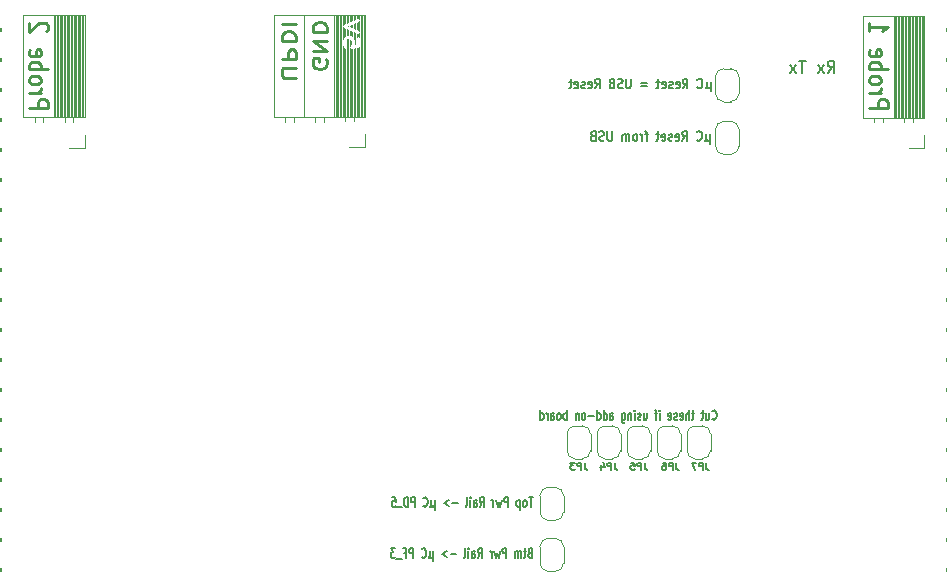
<source format=gbr>
%TF.GenerationSoftware,KiCad,Pcbnew,(6.0.6-0)*%
%TF.CreationDate,2022-07-26T08:46:40-07:00*%
%TF.ProjectId,BreadControlV3,42726561-6443-46f6-9e74-726f6c56332e,rev?*%
%TF.SameCoordinates,Original*%
%TF.FileFunction,Legend,Bot*%
%TF.FilePolarity,Positive*%
%FSLAX46Y46*%
G04 Gerber Fmt 4.6, Leading zero omitted, Abs format (unit mm)*
G04 Created by KiCad (PCBNEW (6.0.6-0)) date 2022-07-26 08:46:40*
%MOMM*%
%LPD*%
G01*
G04 APERTURE LIST*
G04 Aperture macros list*
%AMRoundRect*
0 Rectangle with rounded corners*
0 $1 Rounding radius*
0 $2 $3 $4 $5 $6 $7 $8 $9 X,Y pos of 4 corners*
0 Add a 4 corners polygon primitive as box body*
4,1,4,$2,$3,$4,$5,$6,$7,$8,$9,$2,$3,0*
0 Add four circle primitives for the rounded corners*
1,1,$1+$1,$2,$3*
1,1,$1+$1,$4,$5*
1,1,$1+$1,$6,$7*
1,1,$1+$1,$8,$9*
0 Add four rect primitives between the rounded corners*
20,1,$1+$1,$2,$3,$4,$5,0*
20,1,$1+$1,$4,$5,$6,$7,0*
20,1,$1+$1,$6,$7,$8,$9,0*
20,1,$1+$1,$8,$9,$2,$3,0*%
%AMFreePoly0*
4,1,22,0.500000,-0.750000,0.000000,-0.750000,0.000000,-0.745033,-0.079941,-0.743568,-0.215256,-0.701293,-0.333266,-0.622738,-0.424486,-0.514219,-0.481581,-0.384460,-0.499164,-0.250000,-0.500000,-0.250000,-0.500000,0.250000,-0.499164,0.250000,-0.499963,0.256109,-0.478152,0.396186,-0.417904,0.524511,-0.324060,0.630769,-0.204165,0.706417,-0.067858,0.745374,0.000000,0.744959,0.000000,0.750000,
0.500000,0.750000,0.500000,-0.750000,0.500000,-0.750000,$1*%
%AMFreePoly1*
4,1,20,0.000000,0.744959,0.073905,0.744508,0.209726,0.703889,0.328688,0.626782,0.421226,0.519385,0.479903,0.390333,0.500000,0.250000,0.500000,-0.250000,0.499851,-0.262216,0.476331,-0.402017,0.414519,-0.529596,0.319384,-0.634700,0.198574,-0.708877,0.061801,-0.746166,0.000000,-0.745033,0.000000,-0.750000,-0.500000,-0.750000,-0.500000,0.750000,0.000000,0.750000,0.000000,0.744959,
0.000000,0.744959,$1*%
G04 Aperture macros list end*
%ADD10C,0.150000*%
%ADD11C,0.250000*%
%ADD12C,0.120000*%
%ADD13RoundRect,0.700000X0.000000X-0.150000X0.000000X-0.150000X0.000000X0.150000X0.000000X0.150000X0*%
%ADD14R,1.700000X1.700000*%
%ADD15O,1.700000X1.700000*%
%ADD16C,0.900000*%
%ADD17C,1.600200*%
%ADD18FreePoly0,90.000000*%
%ADD19FreePoly1,90.000000*%
%ADD20FreePoly0,270.000000*%
%ADD21FreePoly1,270.000000*%
G04 APERTURE END LIST*
D10*
X89410285Y-59609714D02*
X89438857Y-59647809D01*
X89524571Y-59685904D01*
X89581714Y-59685904D01*
X89667428Y-59647809D01*
X89724571Y-59571619D01*
X89753142Y-59495428D01*
X89781714Y-59343047D01*
X89781714Y-59228761D01*
X89753142Y-59076380D01*
X89724571Y-59000190D01*
X89667428Y-58924000D01*
X89581714Y-58885904D01*
X89524571Y-58885904D01*
X89438857Y-58924000D01*
X89410285Y-58962095D01*
X88896000Y-59152571D02*
X88896000Y-59685904D01*
X89153142Y-59152571D02*
X89153142Y-59571619D01*
X89124571Y-59647809D01*
X89067428Y-59685904D01*
X88981714Y-59685904D01*
X88924571Y-59647809D01*
X88896000Y-59609714D01*
X88696000Y-59152571D02*
X88467428Y-59152571D01*
X88610285Y-58885904D02*
X88610285Y-59571619D01*
X88581714Y-59647809D01*
X88524571Y-59685904D01*
X88467428Y-59685904D01*
X87896000Y-59152571D02*
X87667428Y-59152571D01*
X87810285Y-58885904D02*
X87810285Y-59571619D01*
X87781714Y-59647809D01*
X87724571Y-59685904D01*
X87667428Y-59685904D01*
X87467428Y-59685904D02*
X87467428Y-58885904D01*
X87210285Y-59685904D02*
X87210285Y-59266857D01*
X87238857Y-59190666D01*
X87296000Y-59152571D01*
X87381714Y-59152571D01*
X87438857Y-59190666D01*
X87467428Y-59228761D01*
X86696000Y-59647809D02*
X86753142Y-59685904D01*
X86867428Y-59685904D01*
X86924571Y-59647809D01*
X86953142Y-59571619D01*
X86953142Y-59266857D01*
X86924571Y-59190666D01*
X86867428Y-59152571D01*
X86753142Y-59152571D01*
X86696000Y-59190666D01*
X86667428Y-59266857D01*
X86667428Y-59343047D01*
X86953142Y-59419238D01*
X86438857Y-59647809D02*
X86381714Y-59685904D01*
X86267428Y-59685904D01*
X86210285Y-59647809D01*
X86181714Y-59571619D01*
X86181714Y-59533523D01*
X86210285Y-59457333D01*
X86267428Y-59419238D01*
X86353142Y-59419238D01*
X86410285Y-59381142D01*
X86438857Y-59304952D01*
X86438857Y-59266857D01*
X86410285Y-59190666D01*
X86353142Y-59152571D01*
X86267428Y-59152571D01*
X86210285Y-59190666D01*
X85696000Y-59647809D02*
X85753142Y-59685904D01*
X85867428Y-59685904D01*
X85924571Y-59647809D01*
X85953142Y-59571619D01*
X85953142Y-59266857D01*
X85924571Y-59190666D01*
X85867428Y-59152571D01*
X85753142Y-59152571D01*
X85696000Y-59190666D01*
X85667428Y-59266857D01*
X85667428Y-59343047D01*
X85953142Y-59419238D01*
X84953142Y-59685904D02*
X84953142Y-59152571D01*
X84953142Y-58885904D02*
X84981714Y-58924000D01*
X84953142Y-58962095D01*
X84924571Y-58924000D01*
X84953142Y-58885904D01*
X84953142Y-58962095D01*
X84753142Y-59152571D02*
X84524571Y-59152571D01*
X84667428Y-59685904D02*
X84667428Y-59000190D01*
X84638857Y-58924000D01*
X84581714Y-58885904D01*
X84524571Y-58885904D01*
X83610285Y-59152571D02*
X83610285Y-59685904D01*
X83867428Y-59152571D02*
X83867428Y-59571619D01*
X83838857Y-59647809D01*
X83781714Y-59685904D01*
X83696000Y-59685904D01*
X83638857Y-59647809D01*
X83610285Y-59609714D01*
X83353142Y-59647809D02*
X83296000Y-59685904D01*
X83181714Y-59685904D01*
X83124571Y-59647809D01*
X83096000Y-59571619D01*
X83096000Y-59533523D01*
X83124571Y-59457333D01*
X83181714Y-59419238D01*
X83267428Y-59419238D01*
X83324571Y-59381142D01*
X83353142Y-59304952D01*
X83353142Y-59266857D01*
X83324571Y-59190666D01*
X83267428Y-59152571D01*
X83181714Y-59152571D01*
X83124571Y-59190666D01*
X82838857Y-59685904D02*
X82838857Y-59152571D01*
X82838857Y-58885904D02*
X82867428Y-58924000D01*
X82838857Y-58962095D01*
X82810285Y-58924000D01*
X82838857Y-58885904D01*
X82838857Y-58962095D01*
X82553142Y-59152571D02*
X82553142Y-59685904D01*
X82553142Y-59228761D02*
X82524571Y-59190666D01*
X82467428Y-59152571D01*
X82381714Y-59152571D01*
X82324571Y-59190666D01*
X82296000Y-59266857D01*
X82296000Y-59685904D01*
X81753142Y-59152571D02*
X81753142Y-59800190D01*
X81781714Y-59876380D01*
X81810285Y-59914476D01*
X81867428Y-59952571D01*
X81953142Y-59952571D01*
X82010285Y-59914476D01*
X81753142Y-59647809D02*
X81810285Y-59685904D01*
X81924571Y-59685904D01*
X81981714Y-59647809D01*
X82010285Y-59609714D01*
X82038857Y-59533523D01*
X82038857Y-59304952D01*
X82010285Y-59228761D01*
X81981714Y-59190666D01*
X81924571Y-59152571D01*
X81810285Y-59152571D01*
X81753142Y-59190666D01*
X80753142Y-59685904D02*
X80753142Y-59266857D01*
X80781714Y-59190666D01*
X80838857Y-59152571D01*
X80953142Y-59152571D01*
X81010285Y-59190666D01*
X80753142Y-59647809D02*
X80810285Y-59685904D01*
X80953142Y-59685904D01*
X81010285Y-59647809D01*
X81038857Y-59571619D01*
X81038857Y-59495428D01*
X81010285Y-59419238D01*
X80953142Y-59381142D01*
X80810285Y-59381142D01*
X80753142Y-59343047D01*
X80210285Y-59685904D02*
X80210285Y-58885904D01*
X80210285Y-59647809D02*
X80267428Y-59685904D01*
X80381714Y-59685904D01*
X80438857Y-59647809D01*
X80467428Y-59609714D01*
X80496000Y-59533523D01*
X80496000Y-59304952D01*
X80467428Y-59228761D01*
X80438857Y-59190666D01*
X80381714Y-59152571D01*
X80267428Y-59152571D01*
X80210285Y-59190666D01*
X79667428Y-59685904D02*
X79667428Y-58885904D01*
X79667428Y-59647809D02*
X79724571Y-59685904D01*
X79838857Y-59685904D01*
X79896000Y-59647809D01*
X79924571Y-59609714D01*
X79953142Y-59533523D01*
X79953142Y-59304952D01*
X79924571Y-59228761D01*
X79896000Y-59190666D01*
X79838857Y-59152571D01*
X79724571Y-59152571D01*
X79667428Y-59190666D01*
X79381714Y-59381142D02*
X78924571Y-59381142D01*
X78553142Y-59685904D02*
X78610285Y-59647809D01*
X78638857Y-59609714D01*
X78667428Y-59533523D01*
X78667428Y-59304952D01*
X78638857Y-59228761D01*
X78610285Y-59190666D01*
X78553142Y-59152571D01*
X78467428Y-59152571D01*
X78410285Y-59190666D01*
X78381714Y-59228761D01*
X78353142Y-59304952D01*
X78353142Y-59533523D01*
X78381714Y-59609714D01*
X78410285Y-59647809D01*
X78467428Y-59685904D01*
X78553142Y-59685904D01*
X78096000Y-59152571D02*
X78096000Y-59685904D01*
X78096000Y-59228761D02*
X78067428Y-59190666D01*
X78010285Y-59152571D01*
X77924571Y-59152571D01*
X77867428Y-59190666D01*
X77838857Y-59266857D01*
X77838857Y-59685904D01*
X77096000Y-59685904D02*
X77096000Y-58885904D01*
X77096000Y-59190666D02*
X77038857Y-59152571D01*
X76924571Y-59152571D01*
X76867428Y-59190666D01*
X76838857Y-59228761D01*
X76810285Y-59304952D01*
X76810285Y-59533523D01*
X76838857Y-59609714D01*
X76867428Y-59647809D01*
X76924571Y-59685904D01*
X77038857Y-59685904D01*
X77096000Y-59647809D01*
X76467428Y-59685904D02*
X76524571Y-59647809D01*
X76553142Y-59609714D01*
X76581714Y-59533523D01*
X76581714Y-59304952D01*
X76553142Y-59228761D01*
X76524571Y-59190666D01*
X76467428Y-59152571D01*
X76381714Y-59152571D01*
X76324571Y-59190666D01*
X76296000Y-59228761D01*
X76267428Y-59304952D01*
X76267428Y-59533523D01*
X76296000Y-59609714D01*
X76324571Y-59647809D01*
X76381714Y-59685904D01*
X76467428Y-59685904D01*
X75753142Y-59685904D02*
X75753142Y-59266857D01*
X75781714Y-59190666D01*
X75838857Y-59152571D01*
X75953142Y-59152571D01*
X76010285Y-59190666D01*
X75753142Y-59647809D02*
X75810285Y-59685904D01*
X75953142Y-59685904D01*
X76010285Y-59647809D01*
X76038857Y-59571619D01*
X76038857Y-59495428D01*
X76010285Y-59419238D01*
X75953142Y-59381142D01*
X75810285Y-59381142D01*
X75753142Y-59343047D01*
X75467428Y-59685904D02*
X75467428Y-59152571D01*
X75467428Y-59304952D02*
X75438857Y-59228761D01*
X75410285Y-59190666D01*
X75353142Y-59152571D01*
X75296000Y-59152571D01*
X74838857Y-59685904D02*
X74838857Y-58885904D01*
X74838857Y-59647809D02*
X74896000Y-59685904D01*
X75010285Y-59685904D01*
X75067428Y-59647809D01*
X75096000Y-59609714D01*
X75124571Y-59533523D01*
X75124571Y-59304952D01*
X75096000Y-59228761D01*
X75067428Y-59190666D01*
X75010285Y-59152571D01*
X74896000Y-59152571D01*
X74838857Y-59190666D01*
X99178904Y-30297380D02*
X99512238Y-29821190D01*
X99750333Y-30297380D02*
X99750333Y-29297380D01*
X99369380Y-29297380D01*
X99274142Y-29345000D01*
X99226523Y-29392619D01*
X99178904Y-29487857D01*
X99178904Y-29630714D01*
X99226523Y-29725952D01*
X99274142Y-29773571D01*
X99369380Y-29821190D01*
X99750333Y-29821190D01*
X98845571Y-30297380D02*
X98321761Y-29630714D01*
X98845571Y-29630714D02*
X98321761Y-30297380D01*
X97321761Y-29297380D02*
X96750333Y-29297380D01*
X97036047Y-30297380D02*
X97036047Y-29297380D01*
X96512238Y-30297380D02*
X95988428Y-29630714D01*
X96512238Y-29630714D02*
X95988428Y-30297380D01*
D11*
X54152167Y-30726314D02*
X53180739Y-30726314D01*
X53066453Y-30654885D01*
X53009310Y-30583457D01*
X52952167Y-30440600D01*
X52952167Y-30154885D01*
X53009310Y-30012028D01*
X53066453Y-29940600D01*
X53180739Y-29869171D01*
X54152167Y-29869171D01*
X52952167Y-29154885D02*
X54152167Y-29154885D01*
X54152167Y-28583457D01*
X54095025Y-28440600D01*
X54037882Y-28369171D01*
X53923596Y-28297742D01*
X53752167Y-28297742D01*
X53637882Y-28369171D01*
X53580739Y-28440600D01*
X53523596Y-28583457D01*
X53523596Y-29154885D01*
X52952167Y-27654885D02*
X54152167Y-27654885D01*
X54152167Y-27297742D01*
X54095025Y-27083457D01*
X53980739Y-26940600D01*
X53866453Y-26869171D01*
X53637882Y-26797742D01*
X53466453Y-26797742D01*
X53237882Y-26869171D01*
X53123596Y-26940600D01*
X53009310Y-27083457D01*
X52952167Y-27297742D01*
X52952167Y-27654885D01*
X52952167Y-26154885D02*
X54152167Y-26154885D01*
X56723600Y-29159057D02*
X56780742Y-29301914D01*
X56780742Y-29516200D01*
X56723600Y-29730485D01*
X56609314Y-29873342D01*
X56495028Y-29944771D01*
X56266457Y-30016200D01*
X56095028Y-30016200D01*
X55866457Y-29944771D01*
X55752171Y-29873342D01*
X55637885Y-29730485D01*
X55580742Y-29516200D01*
X55580742Y-29373342D01*
X55637885Y-29159057D01*
X55695028Y-29087628D01*
X56095028Y-29087628D01*
X56095028Y-29373342D01*
X55580742Y-28444771D02*
X56780742Y-28444771D01*
X55580742Y-27587628D01*
X56780742Y-27587628D01*
X55580742Y-26873342D02*
X56780742Y-26873342D01*
X56780742Y-26516200D01*
X56723600Y-26301914D01*
X56609314Y-26159057D01*
X56495028Y-26087628D01*
X56266457Y-26016200D01*
X56095028Y-26016200D01*
X55866457Y-26087628D01*
X55752171Y-26159057D01*
X55637885Y-26301914D01*
X55580742Y-26516200D01*
X55580742Y-26873342D01*
X31534190Y-33308476D02*
X33134190Y-33308476D01*
X33134190Y-32813238D01*
X33058000Y-32689428D01*
X32981809Y-32627523D01*
X32829428Y-32565619D01*
X32600857Y-32565619D01*
X32448476Y-32627523D01*
X32372285Y-32689428D01*
X32296095Y-32813238D01*
X32296095Y-33308476D01*
X31534190Y-32008476D02*
X32600857Y-32008476D01*
X32296095Y-32008476D02*
X32448476Y-31946571D01*
X32524666Y-31884666D01*
X32600857Y-31760857D01*
X32600857Y-31637047D01*
X31534190Y-31018000D02*
X31610380Y-31141809D01*
X31686571Y-31203714D01*
X31838952Y-31265619D01*
X32296095Y-31265619D01*
X32448476Y-31203714D01*
X32524666Y-31141809D01*
X32600857Y-31018000D01*
X32600857Y-30832285D01*
X32524666Y-30708476D01*
X32448476Y-30646571D01*
X32296095Y-30584666D01*
X31838952Y-30584666D01*
X31686571Y-30646571D01*
X31610380Y-30708476D01*
X31534190Y-30832285D01*
X31534190Y-31018000D01*
X31534190Y-30027523D02*
X33134190Y-30027523D01*
X32524666Y-30027523D02*
X32600857Y-29903714D01*
X32600857Y-29656095D01*
X32524666Y-29532285D01*
X32448476Y-29470380D01*
X32296095Y-29408476D01*
X31838952Y-29408476D01*
X31686571Y-29470380D01*
X31610380Y-29532285D01*
X31534190Y-29656095D01*
X31534190Y-29903714D01*
X31610380Y-30027523D01*
X31610380Y-28356095D02*
X31534190Y-28479904D01*
X31534190Y-28727523D01*
X31610380Y-28851333D01*
X31762761Y-28913238D01*
X32372285Y-28913238D01*
X32524666Y-28851333D01*
X32600857Y-28727523D01*
X32600857Y-28479904D01*
X32524666Y-28356095D01*
X32372285Y-28294190D01*
X32219904Y-28294190D01*
X32067523Y-28913238D01*
X32981809Y-26808476D02*
X33058000Y-26746571D01*
X33134190Y-26622761D01*
X33134190Y-26313238D01*
X33058000Y-26189428D01*
X32981809Y-26127523D01*
X32829428Y-26065619D01*
X32677047Y-26065619D01*
X32448476Y-26127523D01*
X31534190Y-26870380D01*
X31534190Y-26065619D01*
X102654190Y-33308476D02*
X104254190Y-33308476D01*
X104254190Y-32813238D01*
X104178000Y-32689428D01*
X104101809Y-32627523D01*
X103949428Y-32565619D01*
X103720857Y-32565619D01*
X103568476Y-32627523D01*
X103492285Y-32689428D01*
X103416095Y-32813238D01*
X103416095Y-33308476D01*
X102654190Y-32008476D02*
X103720857Y-32008476D01*
X103416095Y-32008476D02*
X103568476Y-31946571D01*
X103644666Y-31884666D01*
X103720857Y-31760857D01*
X103720857Y-31637047D01*
X102654190Y-31018000D02*
X102730380Y-31141809D01*
X102806571Y-31203714D01*
X102958952Y-31265619D01*
X103416095Y-31265619D01*
X103568476Y-31203714D01*
X103644666Y-31141809D01*
X103720857Y-31018000D01*
X103720857Y-30832285D01*
X103644666Y-30708476D01*
X103568476Y-30646571D01*
X103416095Y-30584666D01*
X102958952Y-30584666D01*
X102806571Y-30646571D01*
X102730380Y-30708476D01*
X102654190Y-30832285D01*
X102654190Y-31018000D01*
X102654190Y-30027523D02*
X104254190Y-30027523D01*
X103644666Y-30027523D02*
X103720857Y-29903714D01*
X103720857Y-29656095D01*
X103644666Y-29532285D01*
X103568476Y-29470380D01*
X103416095Y-29408476D01*
X102958952Y-29408476D01*
X102806571Y-29470380D01*
X102730380Y-29532285D01*
X102654190Y-29656095D01*
X102654190Y-29903714D01*
X102730380Y-30027523D01*
X102730380Y-28356095D02*
X102654190Y-28479904D01*
X102654190Y-28727523D01*
X102730380Y-28851333D01*
X102882761Y-28913238D01*
X103492285Y-28913238D01*
X103644666Y-28851333D01*
X103720857Y-28727523D01*
X103720857Y-28479904D01*
X103644666Y-28356095D01*
X103492285Y-28294190D01*
X103339904Y-28294190D01*
X103187523Y-28913238D01*
X102654190Y-26065619D02*
X102654190Y-26808476D01*
X102654190Y-26437047D02*
X104254190Y-26437047D01*
X104025619Y-26560857D01*
X103873238Y-26684666D01*
X103797047Y-26808476D01*
D10*
X89234333Y-35515571D02*
X89234333Y-36315571D01*
X88901000Y-35934619D02*
X88867666Y-36010809D01*
X88801000Y-36048904D01*
X89234333Y-35934619D02*
X89201000Y-36010809D01*
X89134333Y-36048904D01*
X89001000Y-36048904D01*
X88934333Y-36010809D01*
X88901000Y-35934619D01*
X88901000Y-35515571D01*
X88101000Y-35972714D02*
X88134333Y-36010809D01*
X88234333Y-36048904D01*
X88301000Y-36048904D01*
X88401000Y-36010809D01*
X88467666Y-35934619D01*
X88501000Y-35858428D01*
X88534333Y-35706047D01*
X88534333Y-35591761D01*
X88501000Y-35439380D01*
X88467666Y-35363190D01*
X88401000Y-35287000D01*
X88301000Y-35248904D01*
X88234333Y-35248904D01*
X88134333Y-35287000D01*
X88101000Y-35325095D01*
X86867666Y-36048904D02*
X87101000Y-35667952D01*
X87267666Y-36048904D02*
X87267666Y-35248904D01*
X87001000Y-35248904D01*
X86934333Y-35287000D01*
X86901000Y-35325095D01*
X86867666Y-35401285D01*
X86867666Y-35515571D01*
X86901000Y-35591761D01*
X86934333Y-35629857D01*
X87001000Y-35667952D01*
X87267666Y-35667952D01*
X86301000Y-36010809D02*
X86367666Y-36048904D01*
X86501000Y-36048904D01*
X86567666Y-36010809D01*
X86601000Y-35934619D01*
X86601000Y-35629857D01*
X86567666Y-35553666D01*
X86501000Y-35515571D01*
X86367666Y-35515571D01*
X86301000Y-35553666D01*
X86267666Y-35629857D01*
X86267666Y-35706047D01*
X86601000Y-35782238D01*
X86001000Y-36010809D02*
X85934333Y-36048904D01*
X85801000Y-36048904D01*
X85734333Y-36010809D01*
X85701000Y-35934619D01*
X85701000Y-35896523D01*
X85734333Y-35820333D01*
X85801000Y-35782238D01*
X85901000Y-35782238D01*
X85967666Y-35744142D01*
X86001000Y-35667952D01*
X86001000Y-35629857D01*
X85967666Y-35553666D01*
X85901000Y-35515571D01*
X85801000Y-35515571D01*
X85734333Y-35553666D01*
X85134333Y-36010809D02*
X85201000Y-36048904D01*
X85334333Y-36048904D01*
X85401000Y-36010809D01*
X85434333Y-35934619D01*
X85434333Y-35629857D01*
X85401000Y-35553666D01*
X85334333Y-35515571D01*
X85201000Y-35515571D01*
X85134333Y-35553666D01*
X85101000Y-35629857D01*
X85101000Y-35706047D01*
X85434333Y-35782238D01*
X84901000Y-35515571D02*
X84634333Y-35515571D01*
X84801000Y-35248904D02*
X84801000Y-35934619D01*
X84767666Y-36010809D01*
X84701000Y-36048904D01*
X84634333Y-36048904D01*
X83967666Y-35515571D02*
X83701000Y-35515571D01*
X83867666Y-36048904D02*
X83867666Y-35363190D01*
X83834333Y-35287000D01*
X83767666Y-35248904D01*
X83701000Y-35248904D01*
X83467666Y-36048904D02*
X83467666Y-35515571D01*
X83467666Y-35667952D02*
X83434333Y-35591761D01*
X83401000Y-35553666D01*
X83334333Y-35515571D01*
X83267666Y-35515571D01*
X82934333Y-36048904D02*
X83001000Y-36010809D01*
X83034333Y-35972714D01*
X83067666Y-35896523D01*
X83067666Y-35667952D01*
X83034333Y-35591761D01*
X83001000Y-35553666D01*
X82934333Y-35515571D01*
X82834333Y-35515571D01*
X82767666Y-35553666D01*
X82734333Y-35591761D01*
X82701000Y-35667952D01*
X82701000Y-35896523D01*
X82734333Y-35972714D01*
X82767666Y-36010809D01*
X82834333Y-36048904D01*
X82934333Y-36048904D01*
X82401000Y-36048904D02*
X82401000Y-35515571D01*
X82401000Y-35591761D02*
X82367666Y-35553666D01*
X82301000Y-35515571D01*
X82201000Y-35515571D01*
X82134333Y-35553666D01*
X82101000Y-35629857D01*
X82101000Y-36048904D01*
X82101000Y-35629857D02*
X82067666Y-35553666D01*
X82001000Y-35515571D01*
X81901000Y-35515571D01*
X81834333Y-35553666D01*
X81801000Y-35629857D01*
X81801000Y-36048904D01*
X80934333Y-35248904D02*
X80934333Y-35896523D01*
X80901000Y-35972714D01*
X80867666Y-36010809D01*
X80801000Y-36048904D01*
X80667666Y-36048904D01*
X80601000Y-36010809D01*
X80567666Y-35972714D01*
X80534333Y-35896523D01*
X80534333Y-35248904D01*
X80234333Y-36010809D02*
X80134333Y-36048904D01*
X79967666Y-36048904D01*
X79901000Y-36010809D01*
X79867666Y-35972714D01*
X79834333Y-35896523D01*
X79834333Y-35820333D01*
X79867666Y-35744142D01*
X79901000Y-35706047D01*
X79967666Y-35667952D01*
X80101000Y-35629857D01*
X80167666Y-35591761D01*
X80201000Y-35553666D01*
X80234333Y-35477476D01*
X80234333Y-35401285D01*
X80201000Y-35325095D01*
X80167666Y-35287000D01*
X80101000Y-35248904D01*
X79934333Y-35248904D01*
X79834333Y-35287000D01*
X79301000Y-35629857D02*
X79201000Y-35667952D01*
X79167666Y-35706047D01*
X79134333Y-35782238D01*
X79134333Y-35896523D01*
X79167666Y-35972714D01*
X79201000Y-36010809D01*
X79267666Y-36048904D01*
X79534333Y-36048904D01*
X79534333Y-35248904D01*
X79301000Y-35248904D01*
X79234333Y-35287000D01*
X79201000Y-35325095D01*
X79167666Y-35401285D01*
X79167666Y-35477476D01*
X79201000Y-35553666D01*
X79234333Y-35591761D01*
X79301000Y-35629857D01*
X79534333Y-35629857D01*
X73970428Y-70950857D02*
X73884714Y-70988952D01*
X73856142Y-71027047D01*
X73827571Y-71103238D01*
X73827571Y-71217523D01*
X73856142Y-71293714D01*
X73884714Y-71331809D01*
X73941857Y-71369904D01*
X74170428Y-71369904D01*
X74170428Y-70569904D01*
X73970428Y-70569904D01*
X73913285Y-70608000D01*
X73884714Y-70646095D01*
X73856142Y-70722285D01*
X73856142Y-70798476D01*
X73884714Y-70874666D01*
X73913285Y-70912761D01*
X73970428Y-70950857D01*
X74170428Y-70950857D01*
X73656142Y-70836571D02*
X73427571Y-70836571D01*
X73570428Y-70569904D02*
X73570428Y-71255619D01*
X73541857Y-71331809D01*
X73484714Y-71369904D01*
X73427571Y-71369904D01*
X73227571Y-71369904D02*
X73227571Y-70836571D01*
X73227571Y-70912761D02*
X73199000Y-70874666D01*
X73141857Y-70836571D01*
X73056142Y-70836571D01*
X72999000Y-70874666D01*
X72970428Y-70950857D01*
X72970428Y-71369904D01*
X72970428Y-70950857D02*
X72941857Y-70874666D01*
X72884714Y-70836571D01*
X72799000Y-70836571D01*
X72741857Y-70874666D01*
X72713285Y-70950857D01*
X72713285Y-71369904D01*
X71970428Y-71369904D02*
X71970428Y-70569904D01*
X71741857Y-70569904D01*
X71684714Y-70608000D01*
X71656142Y-70646095D01*
X71627571Y-70722285D01*
X71627571Y-70836571D01*
X71656142Y-70912761D01*
X71684714Y-70950857D01*
X71741857Y-70988952D01*
X71970428Y-70988952D01*
X71427571Y-70836571D02*
X71313285Y-71369904D01*
X71199000Y-70988952D01*
X71084714Y-71369904D01*
X70970428Y-70836571D01*
X70741857Y-71369904D02*
X70741857Y-70836571D01*
X70741857Y-70988952D02*
X70713285Y-70912761D01*
X70684714Y-70874666D01*
X70627571Y-70836571D01*
X70570428Y-70836571D01*
X69570428Y-71369904D02*
X69770428Y-70988952D01*
X69913285Y-71369904D02*
X69913285Y-70569904D01*
X69684714Y-70569904D01*
X69627571Y-70608000D01*
X69599000Y-70646095D01*
X69570428Y-70722285D01*
X69570428Y-70836571D01*
X69599000Y-70912761D01*
X69627571Y-70950857D01*
X69684714Y-70988952D01*
X69913285Y-70988952D01*
X69056142Y-71369904D02*
X69056142Y-70950857D01*
X69084714Y-70874666D01*
X69141857Y-70836571D01*
X69256142Y-70836571D01*
X69313285Y-70874666D01*
X69056142Y-71331809D02*
X69113285Y-71369904D01*
X69256142Y-71369904D01*
X69313285Y-71331809D01*
X69341857Y-71255619D01*
X69341857Y-71179428D01*
X69313285Y-71103238D01*
X69256142Y-71065142D01*
X69113285Y-71065142D01*
X69056142Y-71027047D01*
X68770428Y-71369904D02*
X68770428Y-70836571D01*
X68770428Y-70569904D02*
X68799000Y-70608000D01*
X68770428Y-70646095D01*
X68741857Y-70608000D01*
X68770428Y-70569904D01*
X68770428Y-70646095D01*
X68399000Y-71369904D02*
X68456142Y-71331809D01*
X68484714Y-71255619D01*
X68484714Y-70569904D01*
X67713285Y-71065142D02*
X67256142Y-71065142D01*
X66970428Y-70836571D02*
X66513285Y-71065142D01*
X66970428Y-71293714D01*
X65770428Y-70836571D02*
X65770428Y-71636571D01*
X65484714Y-71255619D02*
X65456142Y-71331809D01*
X65399000Y-71369904D01*
X65770428Y-71255619D02*
X65741857Y-71331809D01*
X65684714Y-71369904D01*
X65570428Y-71369904D01*
X65513285Y-71331809D01*
X65484714Y-71255619D01*
X65484714Y-70836571D01*
X64799000Y-71293714D02*
X64827571Y-71331809D01*
X64913285Y-71369904D01*
X64970428Y-71369904D01*
X65056142Y-71331809D01*
X65113285Y-71255619D01*
X65141857Y-71179428D01*
X65170428Y-71027047D01*
X65170428Y-70912761D01*
X65141857Y-70760380D01*
X65113285Y-70684190D01*
X65056142Y-70608000D01*
X64970428Y-70569904D01*
X64913285Y-70569904D01*
X64827571Y-70608000D01*
X64799000Y-70646095D01*
X64084714Y-71369904D02*
X64084714Y-70569904D01*
X63856142Y-70569904D01*
X63799000Y-70608000D01*
X63770428Y-70646095D01*
X63741857Y-70722285D01*
X63741857Y-70836571D01*
X63770428Y-70912761D01*
X63799000Y-70950857D01*
X63856142Y-70988952D01*
X64084714Y-70988952D01*
X63284714Y-70950857D02*
X63484714Y-70950857D01*
X63484714Y-71369904D02*
X63484714Y-70569904D01*
X63199000Y-70569904D01*
X63113285Y-71446095D02*
X62656142Y-71446095D01*
X62570428Y-70569904D02*
X62199000Y-70569904D01*
X62399000Y-70874666D01*
X62313285Y-70874666D01*
X62256142Y-70912761D01*
X62227571Y-70950857D01*
X62199000Y-71027047D01*
X62199000Y-71217523D01*
X62227571Y-71293714D01*
X62256142Y-71331809D01*
X62313285Y-71369904D01*
X62484714Y-71369904D01*
X62541857Y-71331809D01*
X62570428Y-71293714D01*
X74199000Y-66236904D02*
X73856142Y-66236904D01*
X74027571Y-67036904D02*
X74027571Y-66236904D01*
X73570428Y-67036904D02*
X73627571Y-66998809D01*
X73656142Y-66960714D01*
X73684714Y-66884523D01*
X73684714Y-66655952D01*
X73656142Y-66579761D01*
X73627571Y-66541666D01*
X73570428Y-66503571D01*
X73484714Y-66503571D01*
X73427571Y-66541666D01*
X73399000Y-66579761D01*
X73370428Y-66655952D01*
X73370428Y-66884523D01*
X73399000Y-66960714D01*
X73427571Y-66998809D01*
X73484714Y-67036904D01*
X73570428Y-67036904D01*
X73113285Y-66503571D02*
X73113285Y-67303571D01*
X73113285Y-66541666D02*
X73056142Y-66503571D01*
X72941857Y-66503571D01*
X72884714Y-66541666D01*
X72856142Y-66579761D01*
X72827571Y-66655952D01*
X72827571Y-66884523D01*
X72856142Y-66960714D01*
X72884714Y-66998809D01*
X72941857Y-67036904D01*
X73056142Y-67036904D01*
X73113285Y-66998809D01*
X72113285Y-67036904D02*
X72113285Y-66236904D01*
X71884714Y-66236904D01*
X71827571Y-66275000D01*
X71799000Y-66313095D01*
X71770428Y-66389285D01*
X71770428Y-66503571D01*
X71799000Y-66579761D01*
X71827571Y-66617857D01*
X71884714Y-66655952D01*
X72113285Y-66655952D01*
X71570428Y-66503571D02*
X71456142Y-67036904D01*
X71341857Y-66655952D01*
X71227571Y-67036904D01*
X71113285Y-66503571D01*
X70884714Y-67036904D02*
X70884714Y-66503571D01*
X70884714Y-66655952D02*
X70856142Y-66579761D01*
X70827571Y-66541666D01*
X70770428Y-66503571D01*
X70713285Y-66503571D01*
X69713285Y-67036904D02*
X69913285Y-66655952D01*
X70056142Y-67036904D02*
X70056142Y-66236904D01*
X69827571Y-66236904D01*
X69770428Y-66275000D01*
X69741857Y-66313095D01*
X69713285Y-66389285D01*
X69713285Y-66503571D01*
X69741857Y-66579761D01*
X69770428Y-66617857D01*
X69827571Y-66655952D01*
X70056142Y-66655952D01*
X69199000Y-67036904D02*
X69199000Y-66617857D01*
X69227571Y-66541666D01*
X69284714Y-66503571D01*
X69399000Y-66503571D01*
X69456142Y-66541666D01*
X69199000Y-66998809D02*
X69256142Y-67036904D01*
X69399000Y-67036904D01*
X69456142Y-66998809D01*
X69484714Y-66922619D01*
X69484714Y-66846428D01*
X69456142Y-66770238D01*
X69399000Y-66732142D01*
X69256142Y-66732142D01*
X69199000Y-66694047D01*
X68913285Y-67036904D02*
X68913285Y-66503571D01*
X68913285Y-66236904D02*
X68941857Y-66275000D01*
X68913285Y-66313095D01*
X68884714Y-66275000D01*
X68913285Y-66236904D01*
X68913285Y-66313095D01*
X68541857Y-67036904D02*
X68599000Y-66998809D01*
X68627571Y-66922619D01*
X68627571Y-66236904D01*
X67856142Y-66732142D02*
X67399000Y-66732142D01*
X67113285Y-66503571D02*
X66656142Y-66732142D01*
X67113285Y-66960714D01*
X65913285Y-66503571D02*
X65913285Y-67303571D01*
X65627571Y-66922619D02*
X65599000Y-66998809D01*
X65541857Y-67036904D01*
X65913285Y-66922619D02*
X65884714Y-66998809D01*
X65827571Y-67036904D01*
X65713285Y-67036904D01*
X65656142Y-66998809D01*
X65627571Y-66922619D01*
X65627571Y-66503571D01*
X64941857Y-66960714D02*
X64970428Y-66998809D01*
X65056142Y-67036904D01*
X65113285Y-67036904D01*
X65199000Y-66998809D01*
X65256142Y-66922619D01*
X65284714Y-66846428D01*
X65313285Y-66694047D01*
X65313285Y-66579761D01*
X65284714Y-66427380D01*
X65256142Y-66351190D01*
X65199000Y-66275000D01*
X65113285Y-66236904D01*
X65056142Y-66236904D01*
X64970428Y-66275000D01*
X64941857Y-66313095D01*
X64227571Y-67036904D02*
X64227571Y-66236904D01*
X63999000Y-66236904D01*
X63941857Y-66275000D01*
X63913285Y-66313095D01*
X63884714Y-66389285D01*
X63884714Y-66503571D01*
X63913285Y-66579761D01*
X63941857Y-66617857D01*
X63999000Y-66655952D01*
X64227571Y-66655952D01*
X63627571Y-67036904D02*
X63627571Y-66236904D01*
X63484714Y-66236904D01*
X63399000Y-66275000D01*
X63341857Y-66351190D01*
X63313285Y-66427380D01*
X63284714Y-66579761D01*
X63284714Y-66694047D01*
X63313285Y-66846428D01*
X63341857Y-66922619D01*
X63399000Y-66998809D01*
X63484714Y-67036904D01*
X63627571Y-67036904D01*
X63170428Y-67113095D02*
X62713285Y-67113095D01*
X62284714Y-66236904D02*
X62570428Y-66236904D01*
X62599000Y-66617857D01*
X62570428Y-66579761D01*
X62513285Y-66541666D01*
X62370428Y-66541666D01*
X62313285Y-66579761D01*
X62284714Y-66617857D01*
X62256142Y-66694047D01*
X62256142Y-66884523D01*
X62284714Y-66960714D01*
X62313285Y-66998809D01*
X62370428Y-67036904D01*
X62513285Y-67036904D01*
X62570428Y-66998809D01*
X62599000Y-66960714D01*
X86352000Y-63313428D02*
X86352000Y-63742000D01*
X86380571Y-63827714D01*
X86437714Y-63884857D01*
X86523428Y-63913428D01*
X86580571Y-63913428D01*
X86066285Y-63913428D02*
X86066285Y-63313428D01*
X85837714Y-63313428D01*
X85780571Y-63342000D01*
X85752000Y-63370571D01*
X85723428Y-63427714D01*
X85723428Y-63513428D01*
X85752000Y-63570571D01*
X85780571Y-63599142D01*
X85837714Y-63627714D01*
X86066285Y-63627714D01*
X85209142Y-63313428D02*
X85323428Y-63313428D01*
X85380571Y-63342000D01*
X85409142Y-63370571D01*
X85466285Y-63456285D01*
X85494857Y-63570571D01*
X85494857Y-63799142D01*
X85466285Y-63856285D01*
X85437714Y-63884857D01*
X85380571Y-63913428D01*
X85266285Y-63913428D01*
X85209142Y-63884857D01*
X85180571Y-63856285D01*
X85152000Y-63799142D01*
X85152000Y-63656285D01*
X85180571Y-63599142D01*
X85209142Y-63570571D01*
X85266285Y-63542000D01*
X85380571Y-63542000D01*
X85437714Y-63570571D01*
X85466285Y-63599142D01*
X85494857Y-63656285D01*
X89278666Y-31070571D02*
X89278666Y-31870571D01*
X88945333Y-31489619D02*
X88912000Y-31565809D01*
X88845333Y-31603904D01*
X89278666Y-31489619D02*
X89245333Y-31565809D01*
X89178666Y-31603904D01*
X89045333Y-31603904D01*
X88978666Y-31565809D01*
X88945333Y-31489619D01*
X88945333Y-31070571D01*
X88145333Y-31527714D02*
X88178666Y-31565809D01*
X88278666Y-31603904D01*
X88345333Y-31603904D01*
X88445333Y-31565809D01*
X88512000Y-31489619D01*
X88545333Y-31413428D01*
X88578666Y-31261047D01*
X88578666Y-31146761D01*
X88545333Y-30994380D01*
X88512000Y-30918190D01*
X88445333Y-30842000D01*
X88345333Y-30803904D01*
X88278666Y-30803904D01*
X88178666Y-30842000D01*
X88145333Y-30880095D01*
X86912000Y-31603904D02*
X87145333Y-31222952D01*
X87312000Y-31603904D02*
X87312000Y-30803904D01*
X87045333Y-30803904D01*
X86978666Y-30842000D01*
X86945333Y-30880095D01*
X86912000Y-30956285D01*
X86912000Y-31070571D01*
X86945333Y-31146761D01*
X86978666Y-31184857D01*
X87045333Y-31222952D01*
X87312000Y-31222952D01*
X86345333Y-31565809D02*
X86412000Y-31603904D01*
X86545333Y-31603904D01*
X86612000Y-31565809D01*
X86645333Y-31489619D01*
X86645333Y-31184857D01*
X86612000Y-31108666D01*
X86545333Y-31070571D01*
X86412000Y-31070571D01*
X86345333Y-31108666D01*
X86312000Y-31184857D01*
X86312000Y-31261047D01*
X86645333Y-31337238D01*
X86045333Y-31565809D02*
X85978666Y-31603904D01*
X85845333Y-31603904D01*
X85778666Y-31565809D01*
X85745333Y-31489619D01*
X85745333Y-31451523D01*
X85778666Y-31375333D01*
X85845333Y-31337238D01*
X85945333Y-31337238D01*
X86012000Y-31299142D01*
X86045333Y-31222952D01*
X86045333Y-31184857D01*
X86012000Y-31108666D01*
X85945333Y-31070571D01*
X85845333Y-31070571D01*
X85778666Y-31108666D01*
X85178666Y-31565809D02*
X85245333Y-31603904D01*
X85378666Y-31603904D01*
X85445333Y-31565809D01*
X85478666Y-31489619D01*
X85478666Y-31184857D01*
X85445333Y-31108666D01*
X85378666Y-31070571D01*
X85245333Y-31070571D01*
X85178666Y-31108666D01*
X85145333Y-31184857D01*
X85145333Y-31261047D01*
X85478666Y-31337238D01*
X84945333Y-31070571D02*
X84678666Y-31070571D01*
X84845333Y-30803904D02*
X84845333Y-31489619D01*
X84812000Y-31565809D01*
X84745333Y-31603904D01*
X84678666Y-31603904D01*
X83912000Y-31184857D02*
X83378666Y-31184857D01*
X83378666Y-31413428D02*
X83912000Y-31413428D01*
X82512000Y-30803904D02*
X82512000Y-31451523D01*
X82478666Y-31527714D01*
X82445333Y-31565809D01*
X82378666Y-31603904D01*
X82245333Y-31603904D01*
X82178666Y-31565809D01*
X82145333Y-31527714D01*
X82112000Y-31451523D01*
X82112000Y-30803904D01*
X81812000Y-31565809D02*
X81712000Y-31603904D01*
X81545333Y-31603904D01*
X81478666Y-31565809D01*
X81445333Y-31527714D01*
X81412000Y-31451523D01*
X81412000Y-31375333D01*
X81445333Y-31299142D01*
X81478666Y-31261047D01*
X81545333Y-31222952D01*
X81678666Y-31184857D01*
X81745333Y-31146761D01*
X81778666Y-31108666D01*
X81812000Y-31032476D01*
X81812000Y-30956285D01*
X81778666Y-30880095D01*
X81745333Y-30842000D01*
X81678666Y-30803904D01*
X81512000Y-30803904D01*
X81412000Y-30842000D01*
X80878666Y-31184857D02*
X80778666Y-31222952D01*
X80745333Y-31261047D01*
X80712000Y-31337238D01*
X80712000Y-31451523D01*
X80745333Y-31527714D01*
X80778666Y-31565809D01*
X80845333Y-31603904D01*
X81112000Y-31603904D01*
X81112000Y-30803904D01*
X80878666Y-30803904D01*
X80812000Y-30842000D01*
X80778666Y-30880095D01*
X80745333Y-30956285D01*
X80745333Y-31032476D01*
X80778666Y-31108666D01*
X80812000Y-31146761D01*
X80878666Y-31184857D01*
X81112000Y-31184857D01*
X79478666Y-31603904D02*
X79712000Y-31222952D01*
X79878666Y-31603904D02*
X79878666Y-30803904D01*
X79612000Y-30803904D01*
X79545333Y-30842000D01*
X79512000Y-30880095D01*
X79478666Y-30956285D01*
X79478666Y-31070571D01*
X79512000Y-31146761D01*
X79545333Y-31184857D01*
X79612000Y-31222952D01*
X79878666Y-31222952D01*
X78912000Y-31565809D02*
X78978666Y-31603904D01*
X79112000Y-31603904D01*
X79178666Y-31565809D01*
X79212000Y-31489619D01*
X79212000Y-31184857D01*
X79178666Y-31108666D01*
X79112000Y-31070571D01*
X78978666Y-31070571D01*
X78912000Y-31108666D01*
X78878666Y-31184857D01*
X78878666Y-31261047D01*
X79212000Y-31337238D01*
X78612000Y-31565809D02*
X78545333Y-31603904D01*
X78412000Y-31603904D01*
X78345333Y-31565809D01*
X78312000Y-31489619D01*
X78312000Y-31451523D01*
X78345333Y-31375333D01*
X78412000Y-31337238D01*
X78512000Y-31337238D01*
X78578666Y-31299142D01*
X78612000Y-31222952D01*
X78612000Y-31184857D01*
X78578666Y-31108666D01*
X78512000Y-31070571D01*
X78412000Y-31070571D01*
X78345333Y-31108666D01*
X77745333Y-31565809D02*
X77812000Y-31603904D01*
X77945333Y-31603904D01*
X78012000Y-31565809D01*
X78045333Y-31489619D01*
X78045333Y-31184857D01*
X78012000Y-31108666D01*
X77945333Y-31070571D01*
X77812000Y-31070571D01*
X77745333Y-31108666D01*
X77712000Y-31184857D01*
X77712000Y-31261047D01*
X78045333Y-31337238D01*
X77512000Y-31070571D02*
X77245333Y-31070571D01*
X77412000Y-30803904D02*
X77412000Y-31489619D01*
X77378666Y-31565809D01*
X77312000Y-31603904D01*
X77245333Y-31603904D01*
X78605000Y-63313428D02*
X78605000Y-63742000D01*
X78633571Y-63827714D01*
X78690714Y-63884857D01*
X78776428Y-63913428D01*
X78833571Y-63913428D01*
X78319285Y-63913428D02*
X78319285Y-63313428D01*
X78090714Y-63313428D01*
X78033571Y-63342000D01*
X78005000Y-63370571D01*
X77976428Y-63427714D01*
X77976428Y-63513428D01*
X78005000Y-63570571D01*
X78033571Y-63599142D01*
X78090714Y-63627714D01*
X78319285Y-63627714D01*
X77776428Y-63313428D02*
X77405000Y-63313428D01*
X77605000Y-63542000D01*
X77519285Y-63542000D01*
X77462142Y-63570571D01*
X77433571Y-63599142D01*
X77405000Y-63656285D01*
X77405000Y-63799142D01*
X77433571Y-63856285D01*
X77462142Y-63884857D01*
X77519285Y-63913428D01*
X77690714Y-63913428D01*
X77747857Y-63884857D01*
X77776428Y-63856285D01*
X81145000Y-63313428D02*
X81145000Y-63742000D01*
X81173571Y-63827714D01*
X81230714Y-63884857D01*
X81316428Y-63913428D01*
X81373571Y-63913428D01*
X80859285Y-63913428D02*
X80859285Y-63313428D01*
X80630714Y-63313428D01*
X80573571Y-63342000D01*
X80545000Y-63370571D01*
X80516428Y-63427714D01*
X80516428Y-63513428D01*
X80545000Y-63570571D01*
X80573571Y-63599142D01*
X80630714Y-63627714D01*
X80859285Y-63627714D01*
X80002142Y-63513428D02*
X80002142Y-63913428D01*
X80145000Y-63284857D02*
X80287857Y-63713428D01*
X79916428Y-63713428D01*
X83685000Y-63313428D02*
X83685000Y-63742000D01*
X83713571Y-63827714D01*
X83770714Y-63884857D01*
X83856428Y-63913428D01*
X83913571Y-63913428D01*
X83399285Y-63913428D02*
X83399285Y-63313428D01*
X83170714Y-63313428D01*
X83113571Y-63342000D01*
X83085000Y-63370571D01*
X83056428Y-63427714D01*
X83056428Y-63513428D01*
X83085000Y-63570571D01*
X83113571Y-63599142D01*
X83170714Y-63627714D01*
X83399285Y-63627714D01*
X82513571Y-63313428D02*
X82799285Y-63313428D01*
X82827857Y-63599142D01*
X82799285Y-63570571D01*
X82742142Y-63542000D01*
X82599285Y-63542000D01*
X82542142Y-63570571D01*
X82513571Y-63599142D01*
X82485000Y-63656285D01*
X82485000Y-63799142D01*
X82513571Y-63856285D01*
X82542142Y-63884857D01*
X82599285Y-63913428D01*
X82742142Y-63913428D01*
X82799285Y-63884857D01*
X82827857Y-63856285D01*
X88892000Y-63313428D02*
X88892000Y-63742000D01*
X88920571Y-63827714D01*
X88977714Y-63884857D01*
X89063428Y-63913428D01*
X89120571Y-63913428D01*
X88606285Y-63913428D02*
X88606285Y-63313428D01*
X88377714Y-63313428D01*
X88320571Y-63342000D01*
X88292000Y-63370571D01*
X88263428Y-63427714D01*
X88263428Y-63513428D01*
X88292000Y-63570571D01*
X88320571Y-63599142D01*
X88377714Y-63627714D01*
X88606285Y-63627714D01*
X88063428Y-63313428D02*
X87663428Y-63313428D01*
X87920571Y-63913428D01*
D12*
X58233295Y-25411800D02*
X58233295Y-34041800D01*
X59036625Y-34041800D02*
X59036625Y-34391800D01*
X60006625Y-34041800D02*
X52266625Y-34041800D01*
X57879010Y-25411800D02*
X57879010Y-34041800D01*
X55776625Y-34041800D02*
X55776625Y-34451800D01*
X59532340Y-25411800D02*
X59532340Y-34041800D01*
X60006625Y-35501800D02*
X60006625Y-36611800D01*
X56496625Y-34041800D02*
X56496625Y-34451800D01*
X58587580Y-25411800D02*
X58587580Y-34041800D01*
X57524725Y-25411800D02*
X57524725Y-34041800D01*
X60006625Y-25411800D02*
X52266625Y-25411800D01*
X60006625Y-25411800D02*
X60006625Y-34041800D01*
X57997105Y-25411800D02*
X57997105Y-34041800D01*
X52266625Y-25411800D02*
X52266625Y-34041800D01*
X57406625Y-25411800D02*
X57406625Y-34041800D01*
X60006625Y-36611800D02*
X58676625Y-36611800D01*
X58823770Y-25411800D02*
X58823770Y-34041800D01*
X53236625Y-34041800D02*
X53236625Y-34451800D01*
X59296150Y-25411800D02*
X59296150Y-34041800D01*
X58705675Y-25411800D02*
X58705675Y-34041800D01*
X58351390Y-25411800D02*
X58351390Y-34041800D01*
X58941865Y-25411800D02*
X58941865Y-34041800D01*
X59768530Y-25411800D02*
X59768530Y-34041800D01*
X58115200Y-25411800D02*
X58115200Y-34041800D01*
X54866625Y-25411800D02*
X54866625Y-34041800D01*
X59059960Y-25411800D02*
X59059960Y-34041800D01*
X59650435Y-25411800D02*
X59650435Y-34041800D01*
X58469485Y-25411800D02*
X58469485Y-34041800D01*
X59414245Y-25411800D02*
X59414245Y-34041800D01*
X57642820Y-25411800D02*
X57642820Y-34041800D01*
X59178055Y-25411800D02*
X59178055Y-34041800D01*
X58316625Y-34041800D02*
X58316625Y-34391800D01*
X57760915Y-25411800D02*
X57760915Y-34041800D01*
X59886625Y-25411800D02*
X59886625Y-34041800D01*
X53956625Y-34041800D02*
X53956625Y-34451800D01*
X34029725Y-25453800D02*
X34029725Y-34083800D01*
X34620200Y-25453800D02*
X34620200Y-34083800D01*
X36275435Y-34083800D02*
X31075435Y-34083800D01*
X36155435Y-25453800D02*
X36155435Y-34083800D01*
X34265915Y-25453800D02*
X34265915Y-34083800D01*
X31075435Y-25453800D02*
X31075435Y-34083800D01*
X34585435Y-34083800D02*
X34585435Y-34433800D01*
X34502105Y-25453800D02*
X34502105Y-34083800D01*
X35305435Y-34083800D02*
X35305435Y-34433800D01*
X35328770Y-25453800D02*
X35328770Y-34083800D01*
X35919245Y-25453800D02*
X35919245Y-34083800D01*
X36275435Y-25453800D02*
X36275435Y-34083800D01*
X36275435Y-25453800D02*
X31075435Y-25453800D01*
X35564960Y-25453800D02*
X35564960Y-34083800D01*
X36275435Y-36653800D02*
X34945435Y-36653800D01*
X35683055Y-25453800D02*
X35683055Y-34083800D01*
X35801150Y-25453800D02*
X35801150Y-34083800D01*
X33793535Y-25453800D02*
X33793535Y-34083800D01*
X36275435Y-35543800D02*
X36275435Y-36653800D01*
X34974485Y-25453800D02*
X34974485Y-34083800D01*
X34738295Y-25453800D02*
X34738295Y-34083800D01*
X35210675Y-25453800D02*
X35210675Y-34083800D01*
X35092580Y-25453800D02*
X35092580Y-34083800D01*
X32045435Y-34083800D02*
X32045435Y-34493800D01*
X36037340Y-25453800D02*
X36037340Y-34083800D01*
X32765435Y-34083800D02*
X32765435Y-34493800D01*
X34147820Y-25453800D02*
X34147820Y-34083800D01*
X34384010Y-25453800D02*
X34384010Y-34083800D01*
X33675435Y-25453800D02*
X33675435Y-34083800D01*
X33911630Y-25453800D02*
X33911630Y-34083800D01*
X34856390Y-25453800D02*
X34856390Y-34083800D01*
X35446865Y-25453800D02*
X35446865Y-34083800D01*
X106778020Y-25470000D02*
X106778020Y-34100000D01*
X105833260Y-25470000D02*
X105833260Y-34100000D01*
X104770400Y-25470000D02*
X104770400Y-34100000D01*
X107370400Y-36670000D02*
X106040400Y-36670000D01*
X106187545Y-25470000D02*
X106187545Y-34100000D01*
X105597070Y-25470000D02*
X105597070Y-34100000D01*
X107014210Y-25470000D02*
X107014210Y-34100000D01*
X103860400Y-34100000D02*
X103860400Y-34510000D01*
X106541830Y-25470000D02*
X106541830Y-34100000D01*
X106400400Y-34100000D02*
X106400400Y-34450000D01*
X105715165Y-25470000D02*
X105715165Y-34100000D01*
X102170400Y-25470000D02*
X102170400Y-34100000D01*
X106659925Y-25470000D02*
X106659925Y-34100000D01*
X105242785Y-25470000D02*
X105242785Y-34100000D01*
X105006595Y-25470000D02*
X105006595Y-34100000D01*
X106896115Y-25470000D02*
X106896115Y-34100000D01*
X106305640Y-25470000D02*
X106305640Y-34100000D01*
X107370400Y-25470000D02*
X102170400Y-25470000D01*
X107370400Y-35560000D02*
X107370400Y-36670000D01*
X105124690Y-25470000D02*
X105124690Y-34100000D01*
X105951355Y-25470000D02*
X105951355Y-34100000D01*
X107370400Y-34100000D02*
X102170400Y-34100000D01*
X105478975Y-25470000D02*
X105478975Y-34100000D01*
X107250400Y-25470000D02*
X107250400Y-34100000D01*
X107370400Y-25470000D02*
X107370400Y-34100000D01*
X105360880Y-25470000D02*
X105360880Y-34100000D01*
X105680400Y-34100000D02*
X105680400Y-34450000D01*
X104888500Y-25470000D02*
X104888500Y-34100000D01*
X107132305Y-25470000D02*
X107132305Y-34100000D01*
X106423735Y-25470000D02*
X106423735Y-34100000D01*
X103140400Y-34100000D02*
X103140400Y-34510000D01*
X106069450Y-25470000D02*
X106069450Y-34100000D01*
X89678000Y-35114000D02*
X89678000Y-36514000D01*
X90378000Y-37214000D02*
X90978000Y-37214000D01*
X91678000Y-36514000D02*
X91678000Y-35114000D01*
X90978000Y-34414000D02*
X90378000Y-34414000D01*
X91678000Y-35114000D02*
G75*
G03*
X90978000Y-34414000I-700000J0D01*
G01*
X90378000Y-34414000D02*
G75*
G03*
X89678000Y-35114000I0J-700000D01*
G01*
X90978000Y-37214000D02*
G75*
G03*
X91678000Y-36514000I1J699999D01*
G01*
X89678000Y-36514000D02*
G75*
G03*
X90378000Y-37214000I699999J-1D01*
G01*
X76119000Y-69720000D02*
X75519000Y-69720000D01*
X74819000Y-70420000D02*
X74819000Y-71820000D01*
X76819000Y-71820000D02*
X76819000Y-70420000D01*
X75519000Y-72520000D02*
X76119000Y-72520000D01*
X74819000Y-71820000D02*
G75*
G03*
X75519000Y-72520000I699999J-1D01*
G01*
X76119000Y-72520000D02*
G75*
G03*
X76819000Y-71820000I1J699999D01*
G01*
X75519000Y-69720000D02*
G75*
G03*
X74819000Y-70420000I0J-700000D01*
G01*
X76819000Y-70420000D02*
G75*
G03*
X76119000Y-69720000I-700000J0D01*
G01*
X74819000Y-66102000D02*
X74819000Y-67502000D01*
X76119000Y-65402000D02*
X75519000Y-65402000D01*
X75519000Y-68202000D02*
X76119000Y-68202000D01*
X76819000Y-67502000D02*
X76819000Y-66102000D01*
X74819000Y-67502000D02*
G75*
G03*
X75519000Y-68202000I699999J-1D01*
G01*
X76819000Y-66102000D02*
G75*
G03*
X76119000Y-65402000I-700000J0D01*
G01*
X76119000Y-68202000D02*
G75*
G03*
X76819000Y-67502000I1J699999D01*
G01*
X75519000Y-65402000D02*
G75*
G03*
X74819000Y-66102000I0J-700000D01*
G01*
X86025000Y-60195000D02*
X85425000Y-60195000D01*
X86725000Y-62295000D02*
X86725000Y-60895000D01*
X84725000Y-60895000D02*
X84725000Y-62295000D01*
X85425000Y-62995000D02*
X86025000Y-62995000D01*
X84725000Y-62295000D02*
G75*
G03*
X85425000Y-62995000I700000J0D01*
G01*
X86025000Y-62995000D02*
G75*
G03*
X86725000Y-62295000I0J700000D01*
G01*
X85425000Y-60195000D02*
G75*
G03*
X84725000Y-60895000I-1J-699999D01*
G01*
X86725000Y-60895000D02*
G75*
G03*
X86025000Y-60195000I-699999J1D01*
G01*
X91678000Y-32054000D02*
X91678000Y-30654000D01*
X89678000Y-30654000D02*
X89678000Y-32054000D01*
X90978000Y-29954000D02*
X90378000Y-29954000D01*
X90378000Y-32754000D02*
X90978000Y-32754000D01*
X91678000Y-30654000D02*
G75*
G03*
X90978000Y-29954000I-699999J1D01*
G01*
X90378000Y-29954000D02*
G75*
G03*
X89678000Y-30654000I-1J-699999D01*
G01*
X89678000Y-32054000D02*
G75*
G03*
X90378000Y-32754000I700000J0D01*
G01*
X90978000Y-32754000D02*
G75*
G03*
X91678000Y-32054000I0J700000D01*
G01*
X77805000Y-62995000D02*
X78405000Y-62995000D01*
X77105000Y-60895000D02*
X77105000Y-62295000D01*
X79105000Y-62295000D02*
X79105000Y-60895000D01*
X78405000Y-60195000D02*
X77805000Y-60195000D01*
X78405000Y-62995000D02*
G75*
G03*
X79105000Y-62295000I0J700000D01*
G01*
X77105000Y-62295000D02*
G75*
G03*
X77805000Y-62995000I700000J0D01*
G01*
X77805000Y-60195000D02*
G75*
G03*
X77105000Y-60895000I-1J-699999D01*
G01*
X79105000Y-60895000D02*
G75*
G03*
X78405000Y-60195000I-699999J1D01*
G01*
X80345000Y-62995000D02*
X80945000Y-62995000D01*
X80945000Y-60195000D02*
X80345000Y-60195000D01*
X79645000Y-60895000D02*
X79645000Y-62295000D01*
X81645000Y-62295000D02*
X81645000Y-60895000D01*
X80945000Y-62995000D02*
G75*
G03*
X81645000Y-62295000I0J700000D01*
G01*
X79645000Y-62295000D02*
G75*
G03*
X80345000Y-62995000I700000J0D01*
G01*
X80345000Y-60195000D02*
G75*
G03*
X79645000Y-60895000I-1J-699999D01*
G01*
X81645000Y-60895000D02*
G75*
G03*
X80945000Y-60195000I-699999J1D01*
G01*
X82885000Y-62995000D02*
X83485000Y-62995000D01*
X82185000Y-60895000D02*
X82185000Y-62295000D01*
X83485000Y-60195000D02*
X82885000Y-60195000D01*
X84185000Y-62295000D02*
X84185000Y-60895000D01*
X82885000Y-60195000D02*
G75*
G03*
X82185000Y-60895000I-1J-699999D01*
G01*
X82185000Y-62295000D02*
G75*
G03*
X82885000Y-62995000I700000J0D01*
G01*
X84185000Y-60895000D02*
G75*
G03*
X83485000Y-60195000I-699999J1D01*
G01*
X83485000Y-62995000D02*
G75*
G03*
X84185000Y-62295000I0J700000D01*
G01*
X87965000Y-62995000D02*
X88565000Y-62995000D01*
X89265000Y-62295000D02*
X89265000Y-60895000D01*
X88565000Y-60195000D02*
X87965000Y-60195000D01*
X87265000Y-60895000D02*
X87265000Y-62295000D01*
X89265000Y-60895000D02*
G75*
G03*
X88565000Y-60195000I-700000J0D01*
G01*
X87265000Y-62295000D02*
G75*
G03*
X87965000Y-62995000I699999J-1D01*
G01*
X87965000Y-60195000D02*
G75*
G03*
X87265000Y-60895000I0J-700000D01*
G01*
X88565000Y-62995000D02*
G75*
G03*
X89265000Y-62295000I1J699999D01*
G01*
%LPC*%
D11*
X59432742Y-27367914D02*
X59432742Y-28082200D01*
X58861314Y-28153628D01*
X58918457Y-28082200D01*
X58975600Y-27939342D01*
X58975600Y-27582200D01*
X58918457Y-27439342D01*
X58861314Y-27367914D01*
X58747028Y-27296485D01*
X58461314Y-27296485D01*
X58347028Y-27367914D01*
X58289885Y-27439342D01*
X58232742Y-27582200D01*
X58232742Y-27939342D01*
X58289885Y-28082200D01*
X58347028Y-28153628D01*
X59432742Y-26867914D02*
X58232742Y-26367914D01*
X59432742Y-25867914D01*
D13*
X109855000Y-26692000D03*
X109855000Y-29232000D03*
X109855000Y-31772000D03*
X109855000Y-34312000D03*
X109855000Y-36852000D03*
X109855000Y-39392000D03*
X109855000Y-41932000D03*
X109855000Y-44472000D03*
X109855000Y-47012000D03*
X109855000Y-49552000D03*
X109855000Y-52092000D03*
X109855000Y-54632000D03*
X109855000Y-57172000D03*
X109855000Y-59712000D03*
X109855000Y-62252000D03*
X109855000Y-64792000D03*
X109855000Y-67332000D03*
X109855000Y-69872000D03*
X109855000Y-72412000D03*
X109855000Y-74952000D03*
X109855000Y-77492000D03*
D14*
X96540000Y-27280000D03*
D15*
X99080000Y-27280000D03*
D16*
X67015000Y-30480000D03*
X71415000Y-30480000D03*
D17*
X61315000Y-52074699D03*
X51715000Y-52074699D03*
D14*
X58674000Y-35515000D03*
D15*
X56134000Y-35515000D03*
X53594000Y-35515000D03*
D14*
X34925000Y-35560000D03*
D15*
X32385000Y-35560000D03*
D13*
X28597000Y-26692000D03*
X28597000Y-29232000D03*
X28597000Y-31772000D03*
X28597000Y-34312000D03*
X28597000Y-36852000D03*
X28597000Y-39392000D03*
X28597000Y-41932000D03*
X28597000Y-44472000D03*
X28597000Y-47012000D03*
X28597000Y-49552000D03*
X28597000Y-52092000D03*
X28597000Y-54632000D03*
X28597000Y-57172000D03*
X28597000Y-59712000D03*
X28597000Y-62252000D03*
X28597000Y-64792000D03*
X28597000Y-67332000D03*
X28597000Y-69872000D03*
X28597000Y-72412000D03*
X28597000Y-74952000D03*
X28597000Y-77492000D03*
D14*
X106045000Y-35560000D03*
D15*
X103505000Y-35560000D03*
D17*
X77115000Y-52065301D03*
X86715000Y-52065301D03*
D18*
X90678000Y-36464000D03*
D19*
X90678000Y-35164000D03*
D18*
X75819000Y-71770000D03*
D19*
X75819000Y-70470000D03*
D18*
X75819000Y-67452000D03*
D19*
X75819000Y-66152000D03*
D20*
X85725000Y-60945000D03*
D21*
X85725000Y-62245000D03*
D20*
X90678000Y-30704000D03*
D21*
X90678000Y-32004000D03*
D20*
X78105000Y-60945000D03*
D21*
X78105000Y-62245000D03*
D20*
X80645000Y-60945000D03*
D21*
X80645000Y-62245000D03*
D20*
X83185000Y-60945000D03*
D21*
X83185000Y-62245000D03*
D18*
X88265000Y-62245000D03*
D19*
X88265000Y-60945000D03*
M02*

</source>
